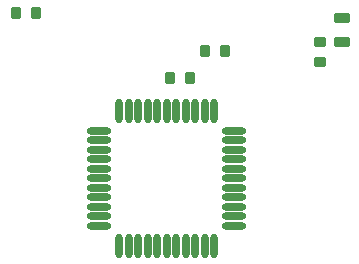
<source format=gtp>
G04 Layer_Color=8421504*
%FSLAX25Y25*%
%MOIN*%
G70*
G01*
G75*
G04:AMPARAMS|DCode=11|XSize=39.37mil|YSize=35.43mil|CornerRadius=4.43mil|HoleSize=0mil|Usage=FLASHONLY|Rotation=0.000|XOffset=0mil|YOffset=0mil|HoleType=Round|Shape=RoundedRectangle|*
%AMROUNDEDRECTD11*
21,1,0.03937,0.02658,0,0,0.0*
21,1,0.03051,0.03543,0,0,0.0*
1,1,0.00886,0.01526,-0.01329*
1,1,0.00886,-0.01526,-0.01329*
1,1,0.00886,-0.01526,0.01329*
1,1,0.00886,0.01526,0.01329*
%
%ADD11ROUNDEDRECTD11*%
G04:AMPARAMS|DCode=12|XSize=39.37mil|YSize=35.43mil|CornerRadius=4.43mil|HoleSize=0mil|Usage=FLASHONLY|Rotation=270.000|XOffset=0mil|YOffset=0mil|HoleType=Round|Shape=RoundedRectangle|*
%AMROUNDEDRECTD12*
21,1,0.03937,0.02658,0,0,270.0*
21,1,0.03051,0.03543,0,0,270.0*
1,1,0.00886,-0.01329,-0.01526*
1,1,0.00886,-0.01329,0.01526*
1,1,0.00886,0.01329,0.01526*
1,1,0.00886,0.01329,-0.01526*
%
%ADD12ROUNDEDRECTD12*%
%ADD13O,0.08071X0.02362*%
%ADD14O,0.02362X0.08071*%
G04:AMPARAMS|DCode=15|XSize=51.18mil|YSize=31.5mil|CornerRadius=3.94mil|HoleSize=0mil|Usage=FLASHONLY|Rotation=0.000|XOffset=0mil|YOffset=0mil|HoleType=Round|Shape=RoundedRectangle|*
%AMROUNDEDRECTD15*
21,1,0.05118,0.02362,0,0,0.0*
21,1,0.04331,0.03150,0,0,0.0*
1,1,0.00787,0.02165,-0.01181*
1,1,0.00787,-0.02165,-0.01181*
1,1,0.00787,-0.02165,0.01181*
1,1,0.00787,0.02165,0.01181*
%
%ADD15ROUNDEDRECTD15*%
D11*
X432000Y379346D02*
D03*
Y372653D02*
D03*
D12*
X393653Y376500D02*
D03*
X400347D02*
D03*
X330654Y389000D02*
D03*
X337347D02*
D03*
X388846Y367500D02*
D03*
X382154D02*
D03*
D13*
X358559Y349748D02*
D03*
Y346598D02*
D03*
Y343449D02*
D03*
Y340299D02*
D03*
Y337150D02*
D03*
Y334000D02*
D03*
Y330850D02*
D03*
Y327701D02*
D03*
Y324551D02*
D03*
Y321402D02*
D03*
Y318252D02*
D03*
X403441D02*
D03*
Y321402D02*
D03*
Y324551D02*
D03*
Y327701D02*
D03*
Y330850D02*
D03*
Y334000D02*
D03*
Y337150D02*
D03*
Y340299D02*
D03*
Y343449D02*
D03*
Y346598D02*
D03*
Y349748D02*
D03*
D14*
X365252Y311559D02*
D03*
X368402D02*
D03*
X371551D02*
D03*
X374701D02*
D03*
X377850D02*
D03*
X381000D02*
D03*
X384150D02*
D03*
X387299D02*
D03*
X390449D02*
D03*
X393598D02*
D03*
X396748D02*
D03*
Y356441D02*
D03*
X393598D02*
D03*
X390449D02*
D03*
X387299D02*
D03*
X384150D02*
D03*
X381000D02*
D03*
X377850D02*
D03*
X374701D02*
D03*
X371551D02*
D03*
X368402D02*
D03*
X365252D02*
D03*
D15*
X439500Y379563D02*
D03*
Y387437D02*
D03*
M02*

</source>
